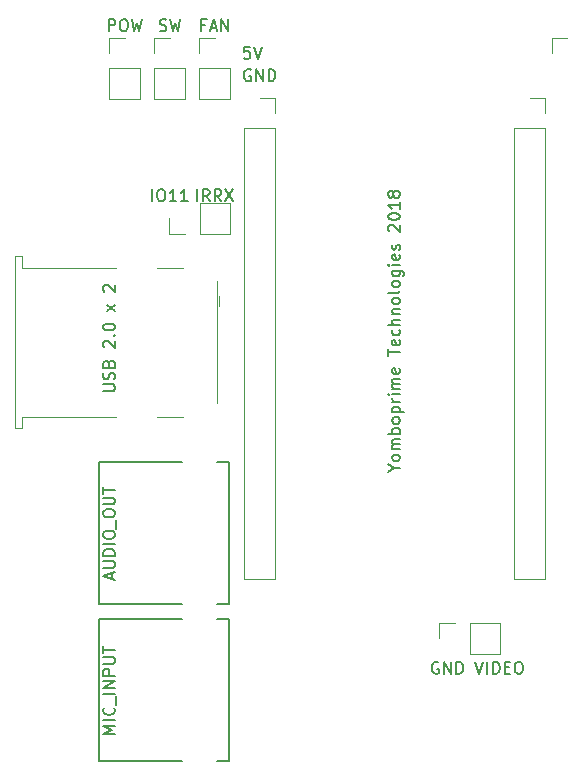
<source format=gto>
G04 #@! TF.GenerationSoftware,KiCad,Pcbnew,5.0.1-33cea8e~68~ubuntu18.04.1*
G04 #@! TF.CreationDate,2018-11-08T20:55:39+01:00*
G04 #@! TF.ProjectId,MotherPCB,4D6F746865725043422E6B696361645F,rev?*
G04 #@! TF.SameCoordinates,Original*
G04 #@! TF.FileFunction,Legend,Top*
G04 #@! TF.FilePolarity,Positive*
%FSLAX46Y46*%
G04 Gerber Fmt 4.6, Leading zero omitted, Abs format (unit mm)*
G04 Created by KiCad (PCBNEW 5.0.1-33cea8e~68~ubuntu18.04.1) date jue 08 nov 2018 20:55:39 CET*
%MOMM*%
%LPD*%
G01*
G04 APERTURE LIST*
%ADD10C,0.200000*%
%ADD11C,0.120000*%
%ADD12C,0.203200*%
%ADD13C,0.150000*%
%ADD14C,0.900000*%
%ADD15C,0.032512*%
G04 APERTURE END LIST*
D10*
X100123809Y-93797380D02*
X100123809Y-92797380D01*
X100790476Y-92797380D02*
X100980952Y-92797380D01*
X101076190Y-92845000D01*
X101171428Y-92940238D01*
X101219047Y-93130714D01*
X101219047Y-93464047D01*
X101171428Y-93654523D01*
X101076190Y-93749761D01*
X100980952Y-93797380D01*
X100790476Y-93797380D01*
X100695238Y-93749761D01*
X100600000Y-93654523D01*
X100552380Y-93464047D01*
X100552380Y-93130714D01*
X100600000Y-92940238D01*
X100695238Y-92845000D01*
X100790476Y-92797380D01*
X102171428Y-93797380D02*
X101600000Y-93797380D01*
X101885714Y-93797380D02*
X101885714Y-92797380D01*
X101790476Y-92940238D01*
X101695238Y-93035476D01*
X101600000Y-93083095D01*
X103123809Y-93797380D02*
X102552380Y-93797380D01*
X102838095Y-93797380D02*
X102838095Y-92797380D01*
X102742857Y-92940238D01*
X102647619Y-93035476D01*
X102552380Y-93083095D01*
X103933809Y-93797380D02*
X103933809Y-92797380D01*
X104981428Y-93797380D02*
X104648095Y-93321190D01*
X104410000Y-93797380D02*
X104410000Y-92797380D01*
X104790952Y-92797380D01*
X104886190Y-92845000D01*
X104933809Y-92892619D01*
X104981428Y-92987857D01*
X104981428Y-93130714D01*
X104933809Y-93225952D01*
X104886190Y-93273571D01*
X104790952Y-93321190D01*
X104410000Y-93321190D01*
X105981428Y-93797380D02*
X105648095Y-93321190D01*
X105410000Y-93797380D02*
X105410000Y-92797380D01*
X105790952Y-92797380D01*
X105886190Y-92845000D01*
X105933809Y-92892619D01*
X105981428Y-92987857D01*
X105981428Y-93130714D01*
X105933809Y-93225952D01*
X105886190Y-93273571D01*
X105790952Y-93321190D01*
X105410000Y-93321190D01*
X106314761Y-92797380D02*
X106981428Y-93797380D01*
X106981428Y-92797380D02*
X106314761Y-93797380D01*
X96972380Y-138874047D02*
X95972380Y-138874047D01*
X96686666Y-138540714D01*
X95972380Y-138207380D01*
X96972380Y-138207380D01*
X96972380Y-137731190D02*
X95972380Y-137731190D01*
X96877142Y-136683571D02*
X96924761Y-136731190D01*
X96972380Y-136874047D01*
X96972380Y-136969285D01*
X96924761Y-137112142D01*
X96829523Y-137207380D01*
X96734285Y-137255000D01*
X96543809Y-137302619D01*
X96400952Y-137302619D01*
X96210476Y-137255000D01*
X96115238Y-137207380D01*
X96020000Y-137112142D01*
X95972380Y-136969285D01*
X95972380Y-136874047D01*
X96020000Y-136731190D01*
X96067619Y-136683571D01*
X97067619Y-136493095D02*
X97067619Y-135731190D01*
X96972380Y-135493095D02*
X95972380Y-135493095D01*
X96972380Y-135016904D02*
X95972380Y-135016904D01*
X96972380Y-134445476D01*
X95972380Y-134445476D01*
X96972380Y-133969285D02*
X95972380Y-133969285D01*
X95972380Y-133588333D01*
X96020000Y-133493095D01*
X96067619Y-133445476D01*
X96162857Y-133397857D01*
X96305714Y-133397857D01*
X96400952Y-133445476D01*
X96448571Y-133493095D01*
X96496190Y-133588333D01*
X96496190Y-133969285D01*
X95972380Y-132969285D02*
X96781904Y-132969285D01*
X96877142Y-132921666D01*
X96924761Y-132874047D01*
X96972380Y-132778809D01*
X96972380Y-132588333D01*
X96924761Y-132493095D01*
X96877142Y-132445476D01*
X96781904Y-132397857D01*
X95972380Y-132397857D01*
X95972380Y-132064523D02*
X95972380Y-131493095D01*
X96972380Y-131778809D02*
X95972380Y-131778809D01*
X96686666Y-125753333D02*
X96686666Y-125277142D01*
X96972380Y-125848571D02*
X95972380Y-125515238D01*
X96972380Y-125181904D01*
X95972380Y-124848571D02*
X96781904Y-124848571D01*
X96877142Y-124800952D01*
X96924761Y-124753333D01*
X96972380Y-124658095D01*
X96972380Y-124467619D01*
X96924761Y-124372380D01*
X96877142Y-124324761D01*
X96781904Y-124277142D01*
X95972380Y-124277142D01*
X96972380Y-123800952D02*
X95972380Y-123800952D01*
X95972380Y-123562857D01*
X96020000Y-123420000D01*
X96115238Y-123324761D01*
X96210476Y-123277142D01*
X96400952Y-123229523D01*
X96543809Y-123229523D01*
X96734285Y-123277142D01*
X96829523Y-123324761D01*
X96924761Y-123420000D01*
X96972380Y-123562857D01*
X96972380Y-123800952D01*
X96972380Y-122800952D02*
X95972380Y-122800952D01*
X95972380Y-122134285D02*
X95972380Y-121943809D01*
X96020000Y-121848571D01*
X96115238Y-121753333D01*
X96305714Y-121705714D01*
X96639047Y-121705714D01*
X96829523Y-121753333D01*
X96924761Y-121848571D01*
X96972380Y-121943809D01*
X96972380Y-122134285D01*
X96924761Y-122229523D01*
X96829523Y-122324761D01*
X96639047Y-122372380D01*
X96305714Y-122372380D01*
X96115238Y-122324761D01*
X96020000Y-122229523D01*
X95972380Y-122134285D01*
X97067619Y-121515238D02*
X97067619Y-120753333D01*
X95972380Y-120324761D02*
X95972380Y-120134285D01*
X96020000Y-120039047D01*
X96115238Y-119943809D01*
X96305714Y-119896190D01*
X96639047Y-119896190D01*
X96829523Y-119943809D01*
X96924761Y-120039047D01*
X96972380Y-120134285D01*
X96972380Y-120324761D01*
X96924761Y-120420000D01*
X96829523Y-120515238D01*
X96639047Y-120562857D01*
X96305714Y-120562857D01*
X96115238Y-120515238D01*
X96020000Y-120420000D01*
X95972380Y-120324761D01*
X95972380Y-119467619D02*
X96781904Y-119467619D01*
X96877142Y-119420000D01*
X96924761Y-119372380D01*
X96972380Y-119277142D01*
X96972380Y-119086666D01*
X96924761Y-118991428D01*
X96877142Y-118943809D01*
X96781904Y-118896190D01*
X95972380Y-118896190D01*
X95972380Y-118562857D02*
X95972380Y-117991428D01*
X96972380Y-118277142D02*
X95972380Y-118277142D01*
X95972380Y-109886190D02*
X96781904Y-109886190D01*
X96877142Y-109838571D01*
X96924761Y-109790952D01*
X96972380Y-109695714D01*
X96972380Y-109505238D01*
X96924761Y-109410000D01*
X96877142Y-109362380D01*
X96781904Y-109314761D01*
X95972380Y-109314761D01*
X96924761Y-108886190D02*
X96972380Y-108743333D01*
X96972380Y-108505238D01*
X96924761Y-108410000D01*
X96877142Y-108362380D01*
X96781904Y-108314761D01*
X96686666Y-108314761D01*
X96591428Y-108362380D01*
X96543809Y-108410000D01*
X96496190Y-108505238D01*
X96448571Y-108695714D01*
X96400952Y-108790952D01*
X96353333Y-108838571D01*
X96258095Y-108886190D01*
X96162857Y-108886190D01*
X96067619Y-108838571D01*
X96020000Y-108790952D01*
X95972380Y-108695714D01*
X95972380Y-108457619D01*
X96020000Y-108314761D01*
X96448571Y-107552857D02*
X96496190Y-107410000D01*
X96543809Y-107362380D01*
X96639047Y-107314761D01*
X96781904Y-107314761D01*
X96877142Y-107362380D01*
X96924761Y-107410000D01*
X96972380Y-107505238D01*
X96972380Y-107886190D01*
X95972380Y-107886190D01*
X95972380Y-107552857D01*
X96020000Y-107457619D01*
X96067619Y-107410000D01*
X96162857Y-107362380D01*
X96258095Y-107362380D01*
X96353333Y-107410000D01*
X96400952Y-107457619D01*
X96448571Y-107552857D01*
X96448571Y-107886190D01*
X96067619Y-106171904D02*
X96020000Y-106124285D01*
X95972380Y-106029047D01*
X95972380Y-105790952D01*
X96020000Y-105695714D01*
X96067619Y-105648095D01*
X96162857Y-105600476D01*
X96258095Y-105600476D01*
X96400952Y-105648095D01*
X96972380Y-106219523D01*
X96972380Y-105600476D01*
X96877142Y-105171904D02*
X96924761Y-105124285D01*
X96972380Y-105171904D01*
X96924761Y-105219523D01*
X96877142Y-105171904D01*
X96972380Y-105171904D01*
X95972380Y-104505238D02*
X95972380Y-104410000D01*
X96020000Y-104314761D01*
X96067619Y-104267142D01*
X96162857Y-104219523D01*
X96353333Y-104171904D01*
X96591428Y-104171904D01*
X96781904Y-104219523D01*
X96877142Y-104267142D01*
X96924761Y-104314761D01*
X96972380Y-104410000D01*
X96972380Y-104505238D01*
X96924761Y-104600476D01*
X96877142Y-104648095D01*
X96781904Y-104695714D01*
X96591428Y-104743333D01*
X96353333Y-104743333D01*
X96162857Y-104695714D01*
X96067619Y-104648095D01*
X96020000Y-104600476D01*
X95972380Y-104505238D01*
X96972380Y-103076666D02*
X96305714Y-102552857D01*
X96305714Y-103076666D02*
X96972380Y-102552857D01*
X96067619Y-101457619D02*
X96020000Y-101410000D01*
X95972380Y-101314761D01*
X95972380Y-101076666D01*
X96020000Y-100981428D01*
X96067619Y-100933809D01*
X96162857Y-100886190D01*
X96258095Y-100886190D01*
X96400952Y-100933809D01*
X96972380Y-101505238D01*
X96972380Y-100886190D01*
X108458095Y-82685000D02*
X108362857Y-82637380D01*
X108220000Y-82637380D01*
X108077142Y-82685000D01*
X107981904Y-82780238D01*
X107934285Y-82875476D01*
X107886666Y-83065952D01*
X107886666Y-83208809D01*
X107934285Y-83399285D01*
X107981904Y-83494523D01*
X108077142Y-83589761D01*
X108220000Y-83637380D01*
X108315238Y-83637380D01*
X108458095Y-83589761D01*
X108505714Y-83542142D01*
X108505714Y-83208809D01*
X108315238Y-83208809D01*
X108934285Y-83637380D02*
X108934285Y-82637380D01*
X109505714Y-83637380D01*
X109505714Y-82637380D01*
X109981904Y-83637380D02*
X109981904Y-82637380D01*
X110220000Y-82637380D01*
X110362857Y-82685000D01*
X110458095Y-82780238D01*
X110505714Y-82875476D01*
X110553333Y-83065952D01*
X110553333Y-83208809D01*
X110505714Y-83399285D01*
X110458095Y-83494523D01*
X110362857Y-83589761D01*
X110220000Y-83637380D01*
X109981904Y-83637380D01*
X108394523Y-80732380D02*
X107918333Y-80732380D01*
X107870714Y-81208571D01*
X107918333Y-81160952D01*
X108013571Y-81113333D01*
X108251666Y-81113333D01*
X108346904Y-81160952D01*
X108394523Y-81208571D01*
X108442142Y-81303809D01*
X108442142Y-81541904D01*
X108394523Y-81637142D01*
X108346904Y-81684761D01*
X108251666Y-81732380D01*
X108013571Y-81732380D01*
X107918333Y-81684761D01*
X107870714Y-81637142D01*
X108727857Y-80732380D02*
X109061190Y-81732380D01*
X109394523Y-80732380D01*
D11*
G04 #@! TO.C,*
X100560000Y-112045000D02*
X102740000Y-112045000D01*
X100560000Y-99425000D02*
X102740000Y-99425000D01*
X97060000Y-112045000D02*
X89090000Y-112045000D01*
X89090000Y-112045000D02*
X89090000Y-113045000D01*
X89090000Y-113045000D02*
X88470000Y-113045000D01*
X88470000Y-113045000D02*
X88470000Y-98425000D01*
X88470000Y-98425000D02*
X89090000Y-98425000D01*
X89090000Y-98425000D02*
X89090000Y-99425000D01*
X89090000Y-99425000D02*
X97060000Y-99425000D01*
X105590000Y-100545000D02*
X105590000Y-110925000D01*
X105740000Y-102635000D02*
X105740000Y-101835000D01*
G04 #@! TO.C,Yomboprime Technologies 2018*
X109220000Y-85030000D02*
X110550000Y-85030000D01*
X110550000Y-85030000D02*
X110550000Y-86360000D01*
X110550000Y-87630000D02*
X110550000Y-125790000D01*
X107890000Y-125790000D02*
X110550000Y-125790000D01*
X107890000Y-87630000D02*
X107890000Y-125790000D01*
X107890000Y-87630000D02*
X110550000Y-87630000D01*
G04 #@! TO.C,*
X132080000Y-85030000D02*
X133410000Y-85030000D01*
X133410000Y-85030000D02*
X133410000Y-86360000D01*
X133410000Y-87630000D02*
X133410000Y-125790000D01*
X130750000Y-125790000D02*
X133410000Y-125790000D01*
X130750000Y-87630000D02*
X130750000Y-125790000D01*
X130750000Y-87630000D02*
X133410000Y-87630000D01*
D12*
X106640000Y-127920000D02*
X105640000Y-127920000D01*
X95640000Y-127920000D02*
X102640000Y-127920000D01*
X95640000Y-115920000D02*
X95640000Y-127920000D01*
X106640000Y-115920000D02*
X105640000Y-115920000D01*
X95640000Y-115920000D02*
X102640000Y-115920000D01*
X106640000Y-115920000D02*
X106640000Y-127920000D01*
X106640000Y-141215000D02*
X105640000Y-141215000D01*
X95640000Y-141215000D02*
X102640000Y-141215000D01*
X95640000Y-129215000D02*
X95640000Y-141215000D01*
X106640000Y-129215000D02*
X105640000Y-129215000D01*
X95640000Y-129215000D02*
X102640000Y-129215000D01*
X106640000Y-129215000D02*
X106640000Y-141215000D01*
D11*
G04 #@! TO.C,GND VIDEO*
X124400000Y-130810000D02*
X124400000Y-129480000D01*
X124400000Y-129480000D02*
X125730000Y-129480000D01*
X127000000Y-129480000D02*
X129600000Y-129480000D01*
X129600000Y-132140000D02*
X129600000Y-129480000D01*
X127000000Y-132140000D02*
X129600000Y-132140000D01*
X127000000Y-132140000D02*
X127000000Y-129480000D01*
G04 #@! TO.C,*
X133985000Y-80010000D02*
X135255000Y-80010000D01*
X133985000Y-81280000D02*
X133985000Y-80010000D01*
G04 #@! TO.C,POW*
X96460000Y-79950000D02*
X97790000Y-79950000D01*
X96460000Y-81280000D02*
X96460000Y-79950000D01*
X96460000Y-82550000D02*
X99120000Y-82550000D01*
X99120000Y-82550000D02*
X99120000Y-85150000D01*
X96460000Y-82550000D02*
X96460000Y-85150000D01*
X96460000Y-85150000D02*
X99120000Y-85150000D01*
G04 #@! TO.C,SW*
X100270000Y-79950000D02*
X101600000Y-79950000D01*
X100270000Y-81280000D02*
X100270000Y-79950000D01*
X100270000Y-82550000D02*
X102930000Y-82550000D01*
X102930000Y-82550000D02*
X102930000Y-85150000D01*
X100270000Y-82550000D02*
X100270000Y-85150000D01*
X100270000Y-85150000D02*
X102930000Y-85150000D01*
G04 #@! TO.C,FAN*
X104080000Y-79950000D02*
X105410000Y-79950000D01*
X104080000Y-81280000D02*
X104080000Y-79950000D01*
X104080000Y-82550000D02*
X106740000Y-82550000D01*
X106740000Y-82550000D02*
X106740000Y-85150000D01*
X104080000Y-82550000D02*
X104080000Y-85150000D01*
X104080000Y-85150000D02*
X106740000Y-85150000D01*
G04 #@! TO.C,*
X101540000Y-96580000D02*
X101540000Y-95250000D01*
X102870000Y-96580000D02*
X101540000Y-96580000D01*
X104140000Y-96580000D02*
X104140000Y-93920000D01*
X104140000Y-93920000D02*
X106740000Y-93920000D01*
X104140000Y-96580000D02*
X106740000Y-96580000D01*
X106740000Y-96580000D02*
X106740000Y-93920000D01*
D13*
G04 #@! TO.C,Yomboprime Technologies 2018*
X120626190Y-116394047D02*
X121102380Y-116394047D01*
X120102380Y-116727380D02*
X120626190Y-116394047D01*
X120102380Y-116060714D01*
X121102380Y-115584523D02*
X121054761Y-115679761D01*
X121007142Y-115727380D01*
X120911904Y-115775000D01*
X120626190Y-115775000D01*
X120530952Y-115727380D01*
X120483333Y-115679761D01*
X120435714Y-115584523D01*
X120435714Y-115441666D01*
X120483333Y-115346428D01*
X120530952Y-115298809D01*
X120626190Y-115251190D01*
X120911904Y-115251190D01*
X121007142Y-115298809D01*
X121054761Y-115346428D01*
X121102380Y-115441666D01*
X121102380Y-115584523D01*
X121102380Y-114822619D02*
X120435714Y-114822619D01*
X120530952Y-114822619D02*
X120483333Y-114775000D01*
X120435714Y-114679761D01*
X120435714Y-114536904D01*
X120483333Y-114441666D01*
X120578571Y-114394047D01*
X121102380Y-114394047D01*
X120578571Y-114394047D02*
X120483333Y-114346428D01*
X120435714Y-114251190D01*
X120435714Y-114108333D01*
X120483333Y-114013095D01*
X120578571Y-113965476D01*
X121102380Y-113965476D01*
X121102380Y-113489285D02*
X120102380Y-113489285D01*
X120483333Y-113489285D02*
X120435714Y-113394047D01*
X120435714Y-113203571D01*
X120483333Y-113108333D01*
X120530952Y-113060714D01*
X120626190Y-113013095D01*
X120911904Y-113013095D01*
X121007142Y-113060714D01*
X121054761Y-113108333D01*
X121102380Y-113203571D01*
X121102380Y-113394047D01*
X121054761Y-113489285D01*
X121102380Y-112441666D02*
X121054761Y-112536904D01*
X121007142Y-112584523D01*
X120911904Y-112632142D01*
X120626190Y-112632142D01*
X120530952Y-112584523D01*
X120483333Y-112536904D01*
X120435714Y-112441666D01*
X120435714Y-112298809D01*
X120483333Y-112203571D01*
X120530952Y-112155952D01*
X120626190Y-112108333D01*
X120911904Y-112108333D01*
X121007142Y-112155952D01*
X121054761Y-112203571D01*
X121102380Y-112298809D01*
X121102380Y-112441666D01*
X120435714Y-111679761D02*
X121435714Y-111679761D01*
X120483333Y-111679761D02*
X120435714Y-111584523D01*
X120435714Y-111394047D01*
X120483333Y-111298809D01*
X120530952Y-111251190D01*
X120626190Y-111203571D01*
X120911904Y-111203571D01*
X121007142Y-111251190D01*
X121054761Y-111298809D01*
X121102380Y-111394047D01*
X121102380Y-111584523D01*
X121054761Y-111679761D01*
X121102380Y-110775000D02*
X120435714Y-110775000D01*
X120626190Y-110775000D02*
X120530952Y-110727380D01*
X120483333Y-110679761D01*
X120435714Y-110584523D01*
X120435714Y-110489285D01*
X121102380Y-110155952D02*
X120435714Y-110155952D01*
X120102380Y-110155952D02*
X120150000Y-110203571D01*
X120197619Y-110155952D01*
X120150000Y-110108333D01*
X120102380Y-110155952D01*
X120197619Y-110155952D01*
X121102380Y-109679761D02*
X120435714Y-109679761D01*
X120530952Y-109679761D02*
X120483333Y-109632142D01*
X120435714Y-109536904D01*
X120435714Y-109394047D01*
X120483333Y-109298809D01*
X120578571Y-109251190D01*
X121102380Y-109251190D01*
X120578571Y-109251190D02*
X120483333Y-109203571D01*
X120435714Y-109108333D01*
X120435714Y-108965476D01*
X120483333Y-108870238D01*
X120578571Y-108822619D01*
X121102380Y-108822619D01*
X121054761Y-107965476D02*
X121102380Y-108060714D01*
X121102380Y-108251190D01*
X121054761Y-108346428D01*
X120959523Y-108394047D01*
X120578571Y-108394047D01*
X120483333Y-108346428D01*
X120435714Y-108251190D01*
X120435714Y-108060714D01*
X120483333Y-107965476D01*
X120578571Y-107917857D01*
X120673809Y-107917857D01*
X120769047Y-108394047D01*
X120102380Y-106870238D02*
X120102380Y-106298809D01*
X121102380Y-106584523D02*
X120102380Y-106584523D01*
X121054761Y-105584523D02*
X121102380Y-105679761D01*
X121102380Y-105870238D01*
X121054761Y-105965476D01*
X120959523Y-106013095D01*
X120578571Y-106013095D01*
X120483333Y-105965476D01*
X120435714Y-105870238D01*
X120435714Y-105679761D01*
X120483333Y-105584523D01*
X120578571Y-105536904D01*
X120673809Y-105536904D01*
X120769047Y-106013095D01*
X121054761Y-104679761D02*
X121102380Y-104775000D01*
X121102380Y-104965476D01*
X121054761Y-105060714D01*
X121007142Y-105108333D01*
X120911904Y-105155952D01*
X120626190Y-105155952D01*
X120530952Y-105108333D01*
X120483333Y-105060714D01*
X120435714Y-104965476D01*
X120435714Y-104775000D01*
X120483333Y-104679761D01*
X121102380Y-104251190D02*
X120102380Y-104251190D01*
X121102380Y-103822619D02*
X120578571Y-103822619D01*
X120483333Y-103870238D01*
X120435714Y-103965476D01*
X120435714Y-104108333D01*
X120483333Y-104203571D01*
X120530952Y-104251190D01*
X120435714Y-103346428D02*
X121102380Y-103346428D01*
X120530952Y-103346428D02*
X120483333Y-103298809D01*
X120435714Y-103203571D01*
X120435714Y-103060714D01*
X120483333Y-102965476D01*
X120578571Y-102917857D01*
X121102380Y-102917857D01*
X121102380Y-102298809D02*
X121054761Y-102394047D01*
X121007142Y-102441666D01*
X120911904Y-102489285D01*
X120626190Y-102489285D01*
X120530952Y-102441666D01*
X120483333Y-102394047D01*
X120435714Y-102298809D01*
X120435714Y-102155952D01*
X120483333Y-102060714D01*
X120530952Y-102013095D01*
X120626190Y-101965476D01*
X120911904Y-101965476D01*
X121007142Y-102013095D01*
X121054761Y-102060714D01*
X121102380Y-102155952D01*
X121102380Y-102298809D01*
X121102380Y-101394047D02*
X121054761Y-101489285D01*
X120959523Y-101536904D01*
X120102380Y-101536904D01*
X121102380Y-100870238D02*
X121054761Y-100965476D01*
X121007142Y-101013095D01*
X120911904Y-101060714D01*
X120626190Y-101060714D01*
X120530952Y-101013095D01*
X120483333Y-100965476D01*
X120435714Y-100870238D01*
X120435714Y-100727380D01*
X120483333Y-100632142D01*
X120530952Y-100584523D01*
X120626190Y-100536904D01*
X120911904Y-100536904D01*
X121007142Y-100584523D01*
X121054761Y-100632142D01*
X121102380Y-100727380D01*
X121102380Y-100870238D01*
X120435714Y-99679761D02*
X121245238Y-99679761D01*
X121340476Y-99727380D01*
X121388095Y-99775000D01*
X121435714Y-99870238D01*
X121435714Y-100013095D01*
X121388095Y-100108333D01*
X121054761Y-99679761D02*
X121102380Y-99775000D01*
X121102380Y-99965476D01*
X121054761Y-100060714D01*
X121007142Y-100108333D01*
X120911904Y-100155952D01*
X120626190Y-100155952D01*
X120530952Y-100108333D01*
X120483333Y-100060714D01*
X120435714Y-99965476D01*
X120435714Y-99775000D01*
X120483333Y-99679761D01*
X121102380Y-99203571D02*
X120435714Y-99203571D01*
X120102380Y-99203571D02*
X120150000Y-99251190D01*
X120197619Y-99203571D01*
X120150000Y-99155952D01*
X120102380Y-99203571D01*
X120197619Y-99203571D01*
X121054761Y-98346428D02*
X121102380Y-98441666D01*
X121102380Y-98632142D01*
X121054761Y-98727380D01*
X120959523Y-98775000D01*
X120578571Y-98775000D01*
X120483333Y-98727380D01*
X120435714Y-98632142D01*
X120435714Y-98441666D01*
X120483333Y-98346428D01*
X120578571Y-98298809D01*
X120673809Y-98298809D01*
X120769047Y-98775000D01*
X121054761Y-97917857D02*
X121102380Y-97822619D01*
X121102380Y-97632142D01*
X121054761Y-97536904D01*
X120959523Y-97489285D01*
X120911904Y-97489285D01*
X120816666Y-97536904D01*
X120769047Y-97632142D01*
X120769047Y-97775000D01*
X120721428Y-97870238D01*
X120626190Y-97917857D01*
X120578571Y-97917857D01*
X120483333Y-97870238D01*
X120435714Y-97775000D01*
X120435714Y-97632142D01*
X120483333Y-97536904D01*
X120197619Y-96346428D02*
X120150000Y-96298809D01*
X120102380Y-96203571D01*
X120102380Y-95965476D01*
X120150000Y-95870238D01*
X120197619Y-95822619D01*
X120292857Y-95775000D01*
X120388095Y-95775000D01*
X120530952Y-95822619D01*
X121102380Y-96394047D01*
X121102380Y-95775000D01*
X120102380Y-95155952D02*
X120102380Y-95060714D01*
X120150000Y-94965476D01*
X120197619Y-94917857D01*
X120292857Y-94870238D01*
X120483333Y-94822619D01*
X120721428Y-94822619D01*
X120911904Y-94870238D01*
X121007142Y-94917857D01*
X121054761Y-94965476D01*
X121102380Y-95060714D01*
X121102380Y-95155952D01*
X121054761Y-95251190D01*
X121007142Y-95298809D01*
X120911904Y-95346428D01*
X120721428Y-95394047D01*
X120483333Y-95394047D01*
X120292857Y-95346428D01*
X120197619Y-95298809D01*
X120150000Y-95251190D01*
X120102380Y-95155952D01*
X121102380Y-93870238D02*
X121102380Y-94441666D01*
X121102380Y-94155952D02*
X120102380Y-94155952D01*
X120245238Y-94251190D01*
X120340476Y-94346428D01*
X120388095Y-94441666D01*
X120530952Y-93298809D02*
X120483333Y-93394047D01*
X120435714Y-93441666D01*
X120340476Y-93489285D01*
X120292857Y-93489285D01*
X120197619Y-93441666D01*
X120150000Y-93394047D01*
X120102380Y-93298809D01*
X120102380Y-93108333D01*
X120150000Y-93013095D01*
X120197619Y-92965476D01*
X120292857Y-92917857D01*
X120340476Y-92917857D01*
X120435714Y-92965476D01*
X120483333Y-93013095D01*
X120530952Y-93108333D01*
X120530952Y-93298809D01*
X120578571Y-93394047D01*
X120626190Y-93441666D01*
X120721428Y-93489285D01*
X120911904Y-93489285D01*
X121007142Y-93441666D01*
X121054761Y-93394047D01*
X121102380Y-93298809D01*
X121102380Y-93108333D01*
X121054761Y-93013095D01*
X121007142Y-92965476D01*
X120911904Y-92917857D01*
X120721428Y-92917857D01*
X120626190Y-92965476D01*
X120578571Y-93013095D01*
X120530952Y-93108333D01*
D14*
G04 #@! TO.C,*
D13*
D15*
G04 #@! TO.C,GND VIDEO*
D13*
X124349285Y-132850000D02*
X124254047Y-132802380D01*
X124111190Y-132802380D01*
X123968333Y-132850000D01*
X123873095Y-132945238D01*
X123825476Y-133040476D01*
X123777857Y-133230952D01*
X123777857Y-133373809D01*
X123825476Y-133564285D01*
X123873095Y-133659523D01*
X123968333Y-133754761D01*
X124111190Y-133802380D01*
X124206428Y-133802380D01*
X124349285Y-133754761D01*
X124396904Y-133707142D01*
X124396904Y-133373809D01*
X124206428Y-133373809D01*
X124825476Y-133802380D02*
X124825476Y-132802380D01*
X125396904Y-133802380D01*
X125396904Y-132802380D01*
X125873095Y-133802380D02*
X125873095Y-132802380D01*
X126111190Y-132802380D01*
X126254047Y-132850000D01*
X126349285Y-132945238D01*
X126396904Y-133040476D01*
X126444523Y-133230952D01*
X126444523Y-133373809D01*
X126396904Y-133564285D01*
X126349285Y-133659523D01*
X126254047Y-133754761D01*
X126111190Y-133802380D01*
X125873095Y-133802380D01*
X127492142Y-132802380D02*
X127825476Y-133802380D01*
X128158809Y-132802380D01*
X128492142Y-133802380D02*
X128492142Y-132802380D01*
X128968333Y-133802380D02*
X128968333Y-132802380D01*
X129206428Y-132802380D01*
X129349285Y-132850000D01*
X129444523Y-132945238D01*
X129492142Y-133040476D01*
X129539761Y-133230952D01*
X129539761Y-133373809D01*
X129492142Y-133564285D01*
X129444523Y-133659523D01*
X129349285Y-133754761D01*
X129206428Y-133802380D01*
X128968333Y-133802380D01*
X129968333Y-133278571D02*
X130301666Y-133278571D01*
X130444523Y-133802380D02*
X129968333Y-133802380D01*
X129968333Y-132802380D01*
X130444523Y-132802380D01*
X131063571Y-132802380D02*
X131254047Y-132802380D01*
X131349285Y-132850000D01*
X131444523Y-132945238D01*
X131492142Y-133135714D01*
X131492142Y-133469047D01*
X131444523Y-133659523D01*
X131349285Y-133754761D01*
X131254047Y-133802380D01*
X131063571Y-133802380D01*
X130968333Y-133754761D01*
X130873095Y-133659523D01*
X130825476Y-133469047D01*
X130825476Y-133135714D01*
X130873095Y-132945238D01*
X130968333Y-132850000D01*
X131063571Y-132802380D01*
G04 #@! TO.C,*
G04 #@! TO.C,POW*
X96432857Y-79402380D02*
X96432857Y-78402380D01*
X96813809Y-78402380D01*
X96909047Y-78450000D01*
X96956666Y-78497619D01*
X97004285Y-78592857D01*
X97004285Y-78735714D01*
X96956666Y-78830952D01*
X96909047Y-78878571D01*
X96813809Y-78926190D01*
X96432857Y-78926190D01*
X97623333Y-78402380D02*
X97813809Y-78402380D01*
X97909047Y-78450000D01*
X98004285Y-78545238D01*
X98051904Y-78735714D01*
X98051904Y-79069047D01*
X98004285Y-79259523D01*
X97909047Y-79354761D01*
X97813809Y-79402380D01*
X97623333Y-79402380D01*
X97528095Y-79354761D01*
X97432857Y-79259523D01*
X97385238Y-79069047D01*
X97385238Y-78735714D01*
X97432857Y-78545238D01*
X97528095Y-78450000D01*
X97623333Y-78402380D01*
X98385238Y-78402380D02*
X98623333Y-79402380D01*
X98813809Y-78688095D01*
X99004285Y-79402380D01*
X99242380Y-78402380D01*
G04 #@! TO.C,SW*
X100742857Y-79354761D02*
X100885714Y-79402380D01*
X101123809Y-79402380D01*
X101219047Y-79354761D01*
X101266666Y-79307142D01*
X101314285Y-79211904D01*
X101314285Y-79116666D01*
X101266666Y-79021428D01*
X101219047Y-78973809D01*
X101123809Y-78926190D01*
X100933333Y-78878571D01*
X100838095Y-78830952D01*
X100790476Y-78783333D01*
X100742857Y-78688095D01*
X100742857Y-78592857D01*
X100790476Y-78497619D01*
X100838095Y-78450000D01*
X100933333Y-78402380D01*
X101171428Y-78402380D01*
X101314285Y-78450000D01*
X101647619Y-78402380D02*
X101885714Y-79402380D01*
X102076190Y-78688095D01*
X102266666Y-79402380D01*
X102504761Y-78402380D01*
G04 #@! TO.C,FAN*
X104600476Y-78878571D02*
X104267142Y-78878571D01*
X104267142Y-79402380D02*
X104267142Y-78402380D01*
X104743333Y-78402380D01*
X105076666Y-79116666D02*
X105552857Y-79116666D01*
X104981428Y-79402380D02*
X105314761Y-78402380D01*
X105648095Y-79402380D01*
X105981428Y-79402380D02*
X105981428Y-78402380D01*
X106552857Y-79402380D01*
X106552857Y-78402380D01*
G04 #@! TO.C,*
G04 #@! TD*
M02*

</source>
